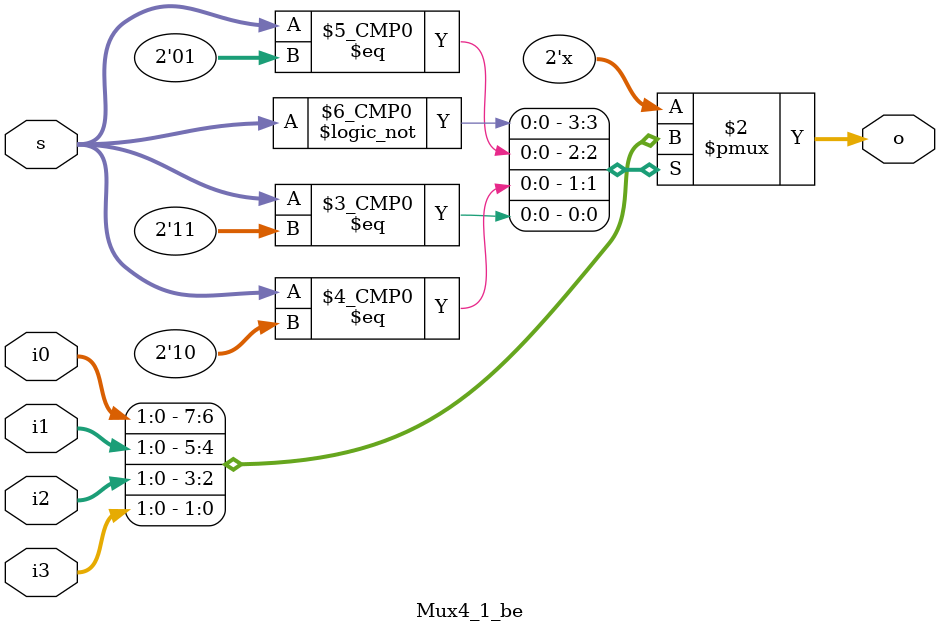
<source format=v>
`timescale 1ns / 1ps


module Mux4_1_be(i0, i1, i2, i3,s,o);
    input [1:0] i0, i1, i2, i3;
    input [1:0] s;
    output reg [1:0] o;
    
always @(s or i0, i1, i2, i3)
begin
    case(s)
        2'b00:o=i0;
        2'b01:o=i1;
        2'b10:o=i2;
        2'b11:o=i3;
        default : o = 2'bx;
       endcase 
      end
endmodule

</source>
